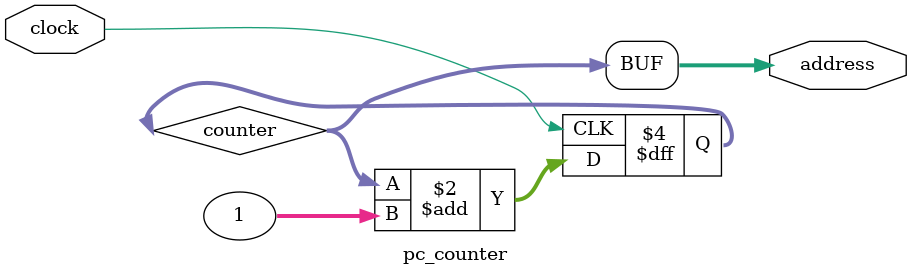
<source format=v>
module pc_counter (
	input clock,
	output [31:0] address
);

reg [31:0] counter;

initial 
	begin
		counter = 32'b00000000000000000000000000000000;
	end

always @(negedge clock) begin
	counter = counter + 32'b0000000000000000000000000000001;
end

assign address = counter;

endmodule

</source>
